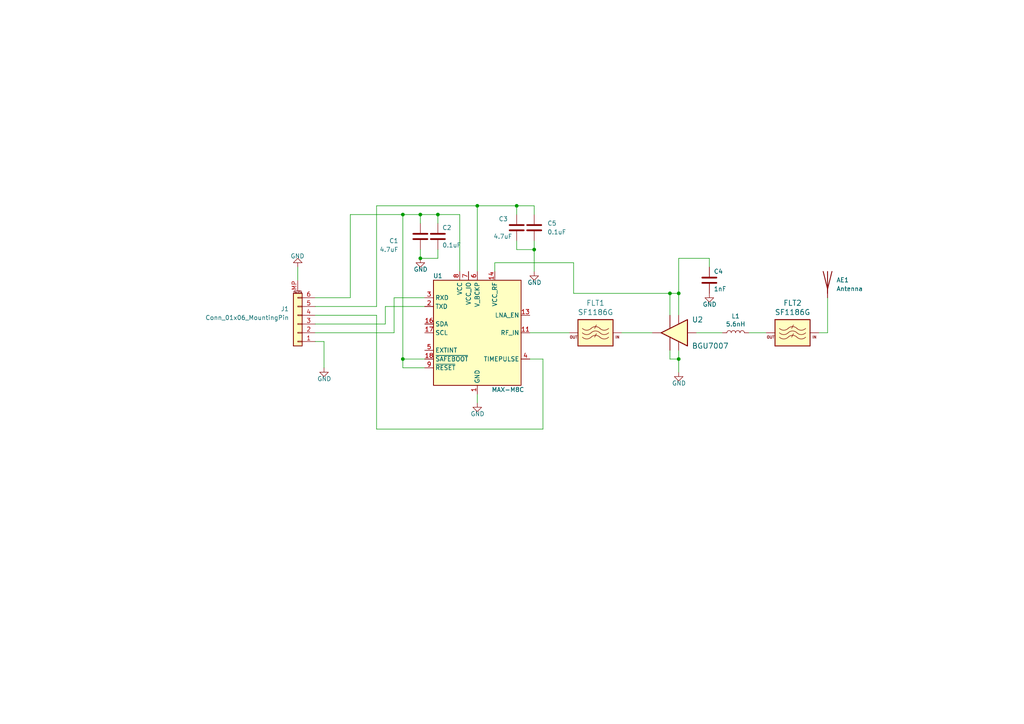
<source format=kicad_sch>
(kicad_sch (version 20230121) (generator eeschema)
  (paper "A4")
  (title_block (title "gps-logger gnss board") (date "2021-10-18") (rev "r2.3") (company "Greg Davill") (comment 4 "Simple GPS logger with low power features"))
  (lib_symbols
    (symbol "Connector_Generic_MountingPin:Conn_01x06_MountingPin" (pin_names (offset 1.016) hide)
      (property "Reference" "J" (at 0 7.62 0))
      (property "Value" "Conn_01x06_MountingPin" (at 1.27 -10.16 0))
      (symbol "Conn_01x06_MountingPin_1_1"
        (rectangle (start -1.27 -7.493) (end 0 -7.747) (stroke (width 0.1524)))
        (rectangle (start -1.27 -4.953) (end 0 -5.207) (stroke (width 0.1524)))
        (rectangle (start -1.27 -2.413) (end 0 -2.667) (stroke (width 0.1524)))
        (rectangle (start -1.27 0.127) (end 0 -0.127) (stroke (width 0.1524)))
        (rectangle (start -1.27 2.667) (end 0 2.413) (stroke (width 0.1524)))
        (rectangle (start -1.27 5.207) (end 0 4.953) (stroke (width 0.1524)))
        (rectangle (start -1.27 6.35) (end 1.27 -8.89) (stroke (width 0.254)) (fill (type background)))
        (polyline (pts (xy -1.016 -9.652) (xy 1.016 -9.652)) (stroke (width 0.1524)))
        (text "Mounting" (at 0 -9.271 0) (effects (font (size 0.381 0.381))))
        (pin passive line (at -5.08 5.08 0) (length 3.81) (name "Pin_1") (number "1"))
        (pin passive line (at -5.08 2.54 0) (length 3.81) (name "Pin_2") (number "2"))
        (pin passive line (at -5.08 0 0) (length 3.81) (name "Pin_3") (number "3"))
        (pin passive line (at -5.08 -2.54 0) (length 3.81) (name "Pin_4") (number "4"))
        (pin passive line (at -5.08 -5.08 0) (length 3.81) (name "Pin_5") (number "5"))
        (pin passive line (at -5.08 -7.62 0) (length 3.81) (name "Pin_6") (number "6"))
        (pin passive line (at 0 -12.7 90) (length 3.048) (name "MountPin") (number "MP"))
      )
    )
    (symbol "Device:Antenna" (pin_numbers hide) (pin_names (offset 1.016) hide)
      (property "Reference" "AE" (at -1.905 1.905 0))
      (property "Value" "Antenna" (at -1.905 0 0))
      (symbol "Antenna_0_1"
        (polyline (pts (xy 0 2.54) (xy 0 -3.81)) (stroke (width 0.254)))
        (polyline (pts (xy 1.27 2.54) (xy 0 -2.54) (xy -1.27 2.54)) (stroke (width 0.254)))
      )
      (symbol "Antenna_1_1"
        (pin input line (at 0 -5.08 90) (length 2.54) (name "A") (number "1"))
      )
    )
    (symbol "Device:C" (pin_numbers hide) (pin_names (offset 0.254))
      (property "Reference" "C" (at 0.635 2.54 0))
      (property "Value" "C" (at 0.635 -2.54 0))
      (symbol "C_0_1"
        (polyline (pts (xy -2.032 -0.762) (xy 2.032 -0.762)) (stroke (width 0.508)))
        (polyline (pts (xy -2.032 0.762) (xy 2.032 0.762)) (stroke (width 0.508)))
      )
      (symbol "C_1_1"
        (pin passive line (at 0 3.81 270) (length 2.794) (name "~") (number "1"))
        (pin passive line (at 0 -3.81 90) (length 2.794) (name "~") (number "2"))
      )
    )
    (symbol "Device:L" (pin_numbers hide) (pin_names (offset 1.016) hide)
      (property "Reference" "L" (at -1.27 0 90))
      (property "Value" "L" (at 1.905 0 90))
      (symbol "L_0_1"
        (arc (start 0 -2.54) (mid 0.6323 -1.905) (end 0 -1.27))
        (arc (start 0 -1.27) (mid 0.6323 -0.635) (end 0 0))
        (arc (start 0 0) (mid 0.6323 0.635) (end 0 1.27))
        (arc (start 0 1.27) (mid 0.6323 1.905) (end 0 2.54))
      )
      (symbol "L_1_1"
        (pin passive line (at 0 3.81 270) (length 1.27) (name "1") (number "1"))
        (pin passive line (at 0 -3.81 90) (length 1.27) (name "2") (number "2"))
      )
    )
    (symbol "RF_GPS:MAX-M8C"
      (property "Reference" "U" (at -10.16 16.51 0))
      (property "Value" "MAX-M8C" (at 11.43 16.51 0))
      (symbol "MAX-M8C_0_1"
        (rectangle (start 12.7 15.24) (end -12.7 -15.24) (stroke (width 0.254)) (fill (type background)))
      )
      (symbol "MAX-M8C_1_1"
        (pin power_in line (at 0 -17.78 90) (length 2.54) (name "GND") (number "1"))
        (pin passive line (at 0 -17.78 90) (length 2.54) hide (name "GND") (number "10"))
        (pin input line (at 15.24 0 180) (length 2.54) (name "RF_IN") (number "11"))
        (pin passive line (at 0 -17.78 90) (length 2.54) hide (name "GND") (number "12"))
        (pin output line (at 15.24 5.08 180) (length 2.54) (name "LNA_EN") (number "13"))
        (pin power_out line (at 5.08 17.78 270) (length 2.54) (name "VCC_RF") (number "14"))
        (pin no_connect line (at 12.7 -5.08 180) (length 2.54) hide (name "Reserved") (number "15"))
        (pin bidirectional line (at -15.24 2.54 0) (length 2.54) (name "SDA") (number "16"))
        (pin input line (at -15.24 0 0) (length 2.54) (name "SCL") (number "17"))
        (pin input line (at -15.24 -7.62 0) (length 2.54) (name "~{SAFEBOOT}") (number "18"))
        (pin output line (at -15.24 7.62 0) (length 2.54) (name "TXD") (number "2"))
        (pin input line (at -15.24 10.16 0) (length 2.54) (name "RXD") (number "3"))
        (pin output line (at 15.24 -7.62 180) (length 2.54) (name "TIMEPULSE") (number "4"))
        (pin input line (at -15.24 -5.08 0) (length 2.54) (name "EXTINT") (number "5"))
        (pin power_in line (at 0 17.78 270) (length 2.54) (name "V_BCKP") (number "6"))
        (pin power_in line (at -2.54 17.78 270) (length 2.54) (name "VCC_IO") (number "7"))
        (pin power_in line (at -5.08 17.78 270) (length 2.54) (name "VCC") (number "8"))
        (pin input line (at -15.24 -10.16 0) (length 2.54) (name "~{RESET}") (number "9"))
      )
    )
    (symbol "gkl_rf:BGU7007" (pin_names (offset 1.016))
      (property "Reference" "U" (at 3.81 -2.54 0))
      (property "Value" "BGU7007" (at 7.62 2.54 0))
      (symbol "BGU7007_0_1"
        (polyline (pts (xy 3.81 0) (xy -3.81 3.81) (xy -3.81 -3.81) (xy 3.81 0)) (stroke (width 0.3048)) (fill (type background)))
      )
      (symbol "BGU7007_1_1"
        (pin input line (at -1.27 -5.08 90) (length 2.54) (name "GND") (number "1"))
        (pin input line (at 1.27 -5.08 90) (length 3.81) (name "GND") (number "2"))
        (pin input line (at -6.35 0 0) (length 2.54) (name "RF_IN") (number "3"))
        (pin input line (at -1.27 5.08 270) (length 2.54) (name "VCC") (number "4"))
        (pin input line (at 1.27 5.08 270) (length 3.81) (name "ENABLE") (number "5"))
        (pin input line (at 6.35 0 180) (length 2.54) (name "RF_O") (number "6"))
      )
    )
    (symbol "gkl_rf:SF1186G" (pin_names (offset 1.016))
      (property "Reference" "FLT" (at -2.54 -5.08 0))
      (property "Value" "SF1186G" (at 0 5.08 0))
      (symbol "SF1186G_0_0"
        (arc (start -1.27 -1.27) (mid -2.54 -0.7439) (end -3.81 -1.27))
        (arc (start -1.27 -1.27) (mid 0 -1.7961) (end 1.27 -1.27))
        (arc (start -1.27 0) (mid -2.54 0.5261) (end -3.81 0))
        (arc (start -1.27 0) (mid 0 -0.5261) (end 1.27 0))
        (arc (start -1.27 1.27) (mid -2.54 1.7961) (end -3.81 1.27))
        (arc (start -1.27 1.27) (mid 0 0.7439) (end 1.27 1.27))
        (polyline (pts (xy 0.254 -1.27) (xy -0.254 -2.286)))
        (polyline (pts (xy 0.254 1.27) (xy -0.254 0.254)))
        (arc (start 3.81 -1.27) (mid 2.54 -0.7439) (end 1.27 -1.27))
        (arc (start 3.81 0) (mid 2.54 0.5261) (end 1.27 0))
        (arc (start 3.81 1.27) (mid 2.54 1.7961) (end 1.27 1.27))
        (text "IN" (at -6.35 1.27 0) (effects (font (size 0.762 0.762))))
        (text "OUT" (at 6.35 1.27 0) (effects (font (size 0.762 0.762))))
      )
      (symbol "SF1186G_0_1"
        (rectangle (start -5.08 3.81) (end 5.08 -3.81) (stroke (width 0.3048)) (fill (type background)))
      )
      (symbol "SF1186G_1_1"
        (pin input line (at -7.62 0 0) (length 2.54) (name "INPUT") (number "1"))
        (pin input line (at 7.62 0 180) (length 2.54) (name "OUTPUT") (number "3"))
      )
    )
    (symbol "power:GND" (power) (pin_names (offset 0))
      (property "Value" "GND" (at 0 -3.81 0))
      (symbol "GND_0_1"
        (polyline (pts (xy 0 0) (xy 0 -1.27) (xy 1.27 -1.27) (xy 0 -2.54) (xy -1.27 -1.27) (xy 0 -1.27)))
      )
      (symbol "GND_1_1"
        (pin power_in line (at 0 0 270) (length 0) hide (name "GND") (number "1"))
      )
    )
  )
  (junction (at 116.84 104.14))
  (junction (at 138.43 59.69))
  (junction (at 196.85 85.09))
  (junction (at 121.92 74.93))
  (junction (at 196.85 104.14))
  (junction (at 121.92 62.23))
  (junction (at 116.84 62.23))
  (junction (at 149.86 59.69))
  (junction (at 194.31 85.09))
  (junction (at 127 62.23))
  (junction (at 154.94 72.39))
  (wire (pts (xy 196.85 85.09) (xy 194.31 85.09)))
  (wire (pts (xy 91.44 99.06) (xy 93.98 99.06)))
  (wire (pts (xy 93.98 99.06) (xy 93.98 106.68)))
  (wire (pts (xy 86.36 81.28) (xy 86.36 77.47)))
  (wire (pts (xy 91.44 91.44) (xy 109.22 91.44)))
  (wire (pts (xy 109.22 91.44) (xy 109.22 124.46)))
  (wire (pts (xy 196.85 74.93) (xy 205.74 74.93)))
  (wire (pts (xy 154.94 62.23) (xy 154.94 59.69)))
  (wire (pts (xy 180.34 96.52) (xy 189.23 96.52)))
  (wire (pts (xy 194.31 104.14) (xy 196.85 104.14)))
  (wire (pts (xy 194.31 101.6) (xy 194.31 104.14)))
  (wire (pts (xy 91.44 86.36) (xy 101.6 86.36)))
  (wire (pts (xy 101.6 62.23) (xy 116.84 62.23)))
  (wire (pts (xy 101.6 86.36) (xy 101.6 62.23)))
  (wire (pts (xy 116.84 62.23) (xy 121.92 62.23)))
  (wire (pts (xy 149.86 62.23) (xy 149.86 59.69)))
  (wire (pts (xy 196.85 104.14) (xy 196.85 107.95)))
  (wire (pts (xy 149.86 72.39) (xy 149.86 69.85)))
  (wire (pts (xy 91.44 96.52) (xy 114.3 96.52)))
  (wire (pts (xy 114.3 86.36) (xy 123.19 86.36)))
  (wire (pts (xy 114.3 96.52) (xy 114.3 86.36)))
  (wire (pts (xy 116.84 104.14) (xy 123.19 104.14)))
  (wire (pts (xy 154.94 72.39) (xy 154.94 78.74)))
  (wire (pts (xy 194.31 91.44) (xy 194.31 85.09)))
  (wire (pts (xy 121.92 74.93) (xy 121.92 72.39)))
  (wire (pts (xy 127 72.39) (xy 127 74.93)))
  (wire (pts (xy 127 74.93) (xy 121.92 74.93)))
  (wire (pts (xy 165.1 96.52) (xy 153.67 96.52)))
  (wire (pts (xy 205.74 74.93) (xy 205.74 77.47)))
  (wire (pts (xy 116.84 62.23) (xy 116.84 104.14)))
  (wire (pts (xy 116.84 104.14) (xy 116.84 106.68)))
  (wire (pts (xy 116.84 106.68) (xy 123.19 106.68)))
  (wire (pts (xy 154.94 69.85) (xy 154.94 72.39)))
  (wire (pts (xy 127 62.23) (xy 133.35 62.23)))
  (wire (pts (xy 127 64.77) (xy 127 62.23)))
  (wire (pts (xy 133.35 62.23) (xy 133.35 78.74)))
  (wire (pts (xy 222.25 96.52) (xy 217.17 96.52)))
  (wire (pts (xy 143.51 76.2) (xy 166.37 76.2)))
  (wire (pts (xy 143.51 78.74) (xy 143.51 76.2)))
  (wire (pts (xy 166.37 76.2) (xy 166.37 85.09)))
  (wire (pts (xy 166.37 85.09) (xy 194.31 85.09)))
  (wire (pts (xy 154.94 72.39) (xy 149.86 72.39)))
  (wire (pts (xy 109.22 124.46) (xy 157.48 124.46)))
  (wire (pts (xy 153.67 104.14) (xy 157.48 104.14)))
  (wire (pts (xy 157.48 104.14) (xy 157.48 124.46)))
  (wire (pts (xy 138.43 114.3) (xy 138.43 116.84)))
  (wire (pts (xy 196.85 85.09) (xy 196.85 74.93)))
  (wire (pts (xy 240.03 96.52) (xy 240.03 86.36)))
  (wire (pts (xy 196.85 91.44) (xy 196.85 85.09)))
  (wire (pts (xy 121.92 62.23) (xy 127 62.23)))
  (wire (pts (xy 121.92 64.77) (xy 121.92 62.23)))
  (wire (pts (xy 237.49 96.52) (xy 240.03 96.52)))
  (wire (pts (xy 111.76 88.9) (xy 111.76 93.98)))
  (wire (pts (xy 111.76 93.98) (xy 91.44 93.98)))
  (wire (pts (xy 123.19 88.9) (xy 111.76 88.9)))
  (wire (pts (xy 209.55 96.52) (xy 201.93 96.52)))
  (wire (pts (xy 91.44 88.9) (xy 109.22 88.9)))
  (wire (pts (xy 109.22 59.69) (xy 138.43 59.69)))
  (wire (pts (xy 109.22 88.9) (xy 109.22 59.69)))
  (wire (pts (xy 138.43 59.69) (xy 138.43 78.74)))
  (wire (pts (xy 138.43 59.69) (xy 149.86 59.69)))
  (wire (pts (xy 149.86 59.69) (xy 154.94 59.69)))
  (wire (pts (xy 196.85 101.6) (xy 196.85 104.14)))
  (symbol (lib_id "power:GND") (at 196.85 107.95 0) (unit 1)
    (property "Reference" "#PWR0108" (effects hide))
    (property "Value" "GND" (at 196.9262 111.1504 0))
  )
  (symbol (lib_id "gkl_rf:BGU7007") (at 195.58 96.52 180) (unit 1)
    (property "Reference" "U2" (at 200.66 92.71 0) (effects (font (size 1.524 1.524)) (justify right)))
    (property "Value" "BGU7007" (at 200.66 100.33 0) (effects (font (size 1.524 1.524)) (justify right)))
    (property "Footprint" "gkl_housings_son:XSON6" (effects hide))
    (property "Mfg" "NXP USA Inc." (effects hide))
    (property "PN" "BGU7007,115" (effects hide))
  )
  (symbol (lib_id "gkl_rf:SF1186G") (at 172.72 96.52 180) (unit 1)
    (property "Reference" "FLT1" (at 172.72 87.884 0) (effects (font (size 1.524 1.524))))
    (property "Value" "SF1186G" (at 172.72 90.5764 0) (effects (font (size 1.524 1.524))))
    (property "Footprint" "gkl_housings_son:SAW-5" (effects hide))
    (property "PN" "B39162B8828P810" (effects hide))
    (property "Mfg" "Qualcomm (RF360 - A Qualcomm & TDK Joint Venture)" (effects hide))
  )
  (symbol (lib_id "gkl_rf:SF1186G") (at 229.87 96.52 180) (unit 1)
    (property "Reference" "FLT2" (at 229.87 87.884 0) (effects (font (size 1.524 1.524))))
    (property "Value" "SF1186G" (at 229.87 90.5764 0) (effects (font (size 1.524 1.524))))
    (property "Footprint" "gkl_housings_son:SAW-5" (effects hide))
    (property "PN" "B39162B8828P810" (effects hide))
    (property "Mfg" "Qualcomm (RF360 - A Qualcomm & TDK Joint Venture)" (effects hide))
  )
  (symbol (lib_id "Device:L") (at 213.36 96.52 90) (unit 1)
    (property "Reference" "L1" (at 213.36 91.694 90))
    (property "Value" "5.6nH" (at 213.36 94.0054 90))
    (property "Footprint" "pkl_dipol:L_0402" (effects hide))
  )
  (symbol (lib_id "power:GND") (at 138.43 116.84 0) (unit 1)
    (property "Reference" "#PWR0107" (effects hide))
    (property "Value" "GND" (at 138.5062 120.0404 0))
  )
  (symbol (lib_id "Device:C") (at 205.74 81.28 0) (unit 1)
    (property "Reference" "C4" (at 207.01 78.74 0) (effects (justify left)))
    (property "Value" "1nF" (at 207.01 83.82 0) (effects (justify left)))
    (property "Footprint" "pkl_dipol:C_0402" (effects hide))
    (property "Mfg" "Yageo" (effects hide))
    (property "PN" "CC0402KRX7R8BB103" (effects hide))
  )
  (symbol (lib_id "power:GND") (at 205.74 85.09 0) (unit 1)
    (property "Reference" "#PWR0109" (effects hide))
    (property "Value" "GND" (at 205.8162 88.2904 0))
  )
  (symbol (lib_id "Device:C") (at 127 68.58 0) (unit 1)
    (property "Reference" "C2" (at 128.27 66.0399 0) (effects (justify left)))
    (property "Value" "0.1uF" (at 128.27 71.1199 0) (effects (justify left)))
    (property "Footprint" "Capacitor_SMD:C_0402_1005Metric" (effects hide))
  )
  (symbol (lib_id "power:GND") (at 86.36 77.47 180) (unit 1)
    (property "Reference" "#PWR0103" (effects hide))
    (property "Value" "GND" (at 86.2838 74.2696 0))
  )
  (symbol (lib_id "Device:C") (at 149.86 66.04 0) (unit 1)
    (property "Reference" "C3" (at 147.32 63.4999 0) (effects (justify right)))
    (property "Value" "4.7uF" (at 148.59 68.5799 0) (effects (justify right)))
    (property "Footprint" "Capacitor_SMD:C_0402_1005Metric" (effects hide))
  )
  (symbol (lib_id "power:GND") (at 93.98 106.68 0) (unit 1)
    (property "Reference" "#PWR0102" (effects hide))
    (property "Value" "GND" (at 94.0562 109.8804 0))
  )
  (symbol (lib_id "Device:C") (at 121.92 68.58 0) (unit 1)
    (property "Reference" "C1" (at 115.57 69.8499 0) (effects (justify right)))
    (property "Value" "4.7uF" (at 115.57 72.3899 0) (effects (justify right)))
    (property "Footprint" "Capacitor_SMD:C_0402_1005Metric" (effects hide))
  )
  (symbol (lib_id "Connector_Generic_MountingPin:Conn_01x06_MountingPin") (at 86.36 93.98 180) (unit 1)
    (property "Reference" "J1" (at 83.82 89.5984 0) (effects (justify left)))
    (property "Value" "Conn_01x06_MountingPin" (at 83.82 92.1384 0) (effects (justify left)))
    (property "Footprint" "gps-logger:Hirose_FH34SRJ-16S-0.5SH_1x16-1MP_P0.50mm_Horizontal" (effects hide))
  )
  (symbol (lib_id "power:GND") (at 121.92 74.93 0) (unit 1)
    (property "Reference" "#PWR0101" (effects hide))
    (property "Value" "GND" (at 121.9962 78.1304 0))
  )
  (symbol (lib_id "power:GND") (at 154.94 78.74 0) (unit 1)
    (property "Reference" "#PWR0104" (effects hide))
    (property "Value" "GND" (at 155.0162 81.9404 0))
  )
  (symbol (lib_id "RF_GPS:MAX-M8C") (at 138.43 96.52 0) (unit 1)
    (property "Reference" "U1" (at 127 80.01 0))
    (property "Value" "MAX-M8C" (at 147.32 113.03 0))
    (property "Footprint" "RF_GPS:ublox_MAX" (effects hide))
    (property "Datasheet" "https://www.u-blox.com/sites/default/files/MAX-M8-FW3_DataSheet_%28UBX-15031506%29.pdf" (effects hide))
  )
  (symbol (lib_id "Device:C") (at 154.94 66.04 0) (unit 1)
    (property "Reference" "C5" (at 158.75 64.7699 0) (effects (justify left)))
    (property "Value" "0.1uF" (at 158.75 67.3099 0) (effects (justify left)))
    (property "Footprint" "Capacitor_SMD:C_0402_1005Metric" (effects hide))
  )
  (symbol (lib_id "Device:Antenna") (at 240.03 81.28 0) (unit 1)
    (property "Reference" "AE1" (at 242.57 81.2164 0) (effects (justify left)))
    (property "Value" "Antenna" (at 242.57 83.7564 0) (effects (justify left)))
  )
)
</source>
